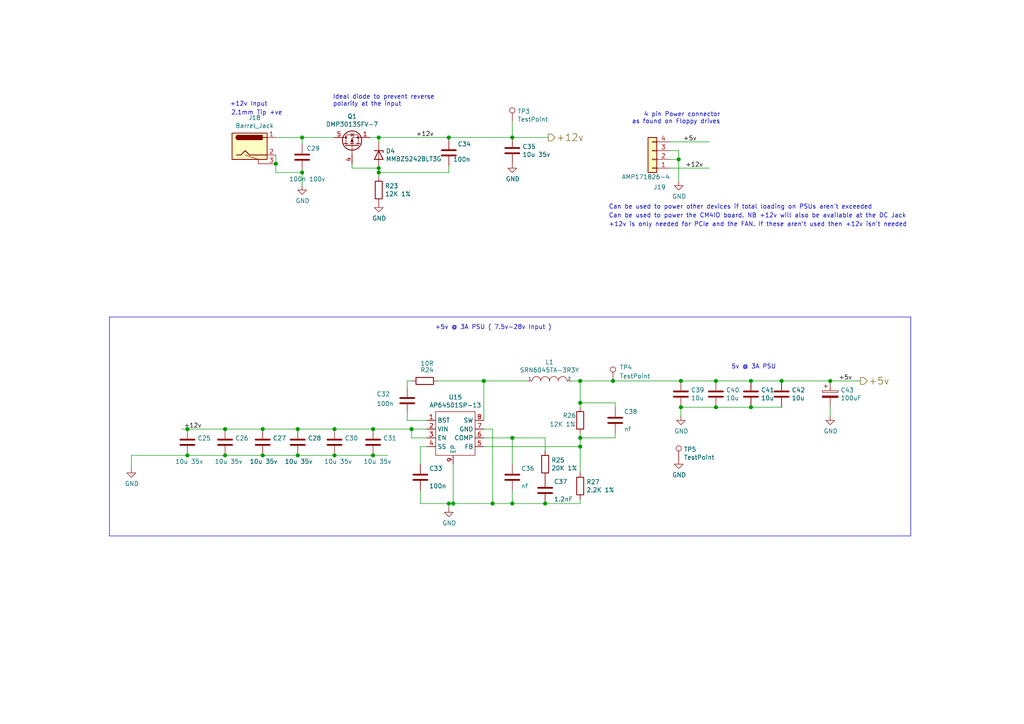
<source format=kicad_sch>
(kicad_sch (version 20231120) (generator "eeschema") (generator_version "8.0")
  (paper "A4")
  (title_block (title "CM4 Board Bare Minimum Requirements") (date "2024-10-25") (rev "0.1") (company "RapidAnalysis") (comment 1 "Author: Asad Imran"))
  (lib_symbols
    (symbol "CM4IO:AP64351"
      (property "Reference" "U" (at 0 8.89 0))
      (property "Value" "AP64351" (at 1.27 6.35 0))
      (symbol "AP64351_0_1"
        (rectangle (start -5.08 5.08) (end 6.35 -7.62))
      )
      (symbol "AP64351_1_1"
        (pin passive line (at -7.62 2.54 0) (length 2.54) (name "BST") (number "1"))
        (pin power_in line (at -7.62 0 0) (length 2.54) (name "VIN") (number "2"))
        (pin input line (at -7.62 -2.54 0) (length 2.54) (name "EN") (number "3"))
        (pin input line (at -7.62 -5.08 0) (length 2.54) (name "SS") (number "4"))
        (pin input line (at 8.89 -5.08 180) (length 2.54) (name "FB") (number "5"))
        (pin input line (at 8.89 -2.54 180) (length 2.54) (name "COMP") (number "6"))
        (pin power_in line (at 8.89 0 180) (length 2.54) (name "GND") (number "7"))
        (pin output line (at 8.89 2.54 180) (length 2.54) (name "SW") (number "8"))
        (pin passive line (at 0 -10.16 90) (length 2.54) (name "EP") (number "9"))
      )
    )
    (symbol "CM4IO:Barrel_Jack"
      (property "Reference" "J" (at 0 5.334 0))
      (property "Value" "Barrel_Jack" (at 0 -5.08 0))
      (symbol "Barrel_Jack_0_1"
        (rectangle (start -5.08 3.81) (end 5.08 -3.81) (stroke (width 0.254)) (fill (type background)))
        (arc (start -3.302 3.175) (mid -3.9342 2.54) (end -3.302 1.905) (stroke (width 0.254)))
        (arc (start -3.302 3.175) (mid -3.9342 2.54) (end -3.302 1.905) (stroke (width 0.254)) (fill (type outline)))
        (polyline (pts (xy 5.08 2.54) (xy 3.81 2.54)) (stroke (width 0.254)))
        (polyline (pts (xy 5.08 -5.08) (xy 2.54 -5.08) (xy 2.54 -3.81) (xy -1.27 -2.54)))
        (polyline (pts (xy -3.81 -2.54) (xy -2.54 -2.54) (xy -1.27 -1.27) (xy 0 -2.54) (xy 2.54 -2.54) (xy 5.08 -2.54)) (stroke (width 0.254)))
        (rectangle (start 3.683 3.175) (end -3.302 1.905) (stroke (width 0.254)) (fill (type outline)))
      )
      (symbol "Barrel_Jack_1_1"
        (pin passive line (at 7.62 2.54 180) (length 2.54) (name "~") (number "1"))
        (pin passive line (at 7.62 -2.54 180) (length 2.54) (name "~") (number "2"))
        (pin passive line (at 7.62 -5.08 180) (length 2.54) (name "~") (number "3"))
      )
    )
    (symbol "Connector:TestPoint" (pin_numbers hide) (pin_names (offset 0.762) hide)
      (property "Reference" "TP" (at 0 6.858 0))
      (property "Value" "TestPoint" (at 0 5.08 0))
      (symbol "TestPoint_0_1"
        (circle (center 0 3.302) (radius 0.762))
      )
      (symbol "TestPoint_1_1"
        (pin passive line (at 0 0 90) (length 2.54) (name "1") (number "1"))
      )
    )
    (symbol "Connector_Generic:Conn_01x04" (pin_names hide)
      (property "Reference" "J" (at 0 5.08 0))
      (property "Value" "Conn_01x04" (at 0 -7.62 0))
      (symbol "Conn_01x04_1_1"
        (rectangle (start -1.27 -4.953) (end 0 -5.207))
        (rectangle (start -1.27 -2.413) (end 0 -2.667))
        (rectangle (start -1.27 0.127) (end 0 -0.127))
        (rectangle (start -1.27 2.667) (end 0 2.413))
        (rectangle (start -1.27 3.81) (end 1.27 -6.35) (stroke (width 0.254)) (fill (type background)))
        (pin passive line (at -5.08 2.54 0) (length 3.81) (name "Pin_1") (number "1"))
        (pin passive line (at -5.08 0 0) (length 3.81) (name "Pin_2") (number "2"))
        (pin passive line (at -5.08 -2.54 0) (length 3.81) (name "Pin_3") (number "3"))
        (pin passive line (at -5.08 -5.08 0) (length 3.81) (name "Pin_4") (number "4"))
      )
    )
    (symbol "Device:C" (pin_numbers hide) (pin_names (offset 0.254))
      (property "Reference" "C" (at 0.635 2.54 0))
      (property "Value" "C" (at 0.635 -2.54 0))
      (symbol "C_0_1"
        (polyline (pts (xy -2.032 -0.762) (xy 2.032 -0.762)) (stroke (width 0.508)))
        (polyline (pts (xy -2.032 0.762) (xy 2.032 0.762)) (stroke (width 0.508)))
      )
      (symbol "C_1_1"
        (pin passive line (at 0 3.81 270) (length 2.794) (name "~") (number "1"))
        (pin passive line (at 0 -3.81 90) (length 2.794) (name "~") (number "2"))
      )
    )
    (symbol "Device:CP" (pin_numbers hide) (pin_names (offset 0.254))
      (property "Reference" "C" (at 0.635 2.54 0))
      (property "Value" "CP" (at 0.635 -2.54 0))
      (symbol "CP_0_1"
        (rectangle (start -2.286 0.508) (end 2.286 1.016))
        (polyline (pts (xy -1.778 2.286) (xy -0.762 2.286)))
        (polyline (pts (xy -1.27 2.794) (xy -1.27 1.778)))
        (rectangle (start 2.286 -0.508) (end -2.286 -1.016) (fill (type outline)))
      )
      (symbol "CP_1_1"
        (pin passive line (at 0 3.81 270) (length 2.794) (name "~") (number "1"))
        (pin passive line (at 0 -3.81 90) (length 2.794) (name "~") (number "2"))
      )
    )
    (symbol "Device:R" (pin_numbers hide) (pin_names (offset 0))
      (property "Reference" "R" (at 2.032 0 90))
      (property "Value" "R" (at 0 0 90))
      (symbol "R_0_1"
        (rectangle (start -1.016 -2.54) (end 1.016 2.54) (stroke (width 0.254)))
      )
      (symbol "R_1_1"
        (pin passive line (at 0 3.81 270) (length 1.27) (name "~") (number "1"))
        (pin passive line (at 0 -3.81 90) (length 1.27) (name "~") (number "2"))
      )
    )
    (symbol "Diode:BZX84Cxx" (pin_numbers hide) (pin_names hide)
      (property "Reference" "D" (at 0 2.54 0))
      (property "Value" "BZX84Cxx" (at 0 -2.54 0))
      (symbol "BZX84Cxx_0_1"
        (polyline (pts (xy 1.27 0) (xy -1.27 0)))
        (polyline (pts (xy -1.27 -1.27) (xy -1.27 1.27) (xy -0.762 1.27)) (stroke (width 0.254)))
        (polyline (pts (xy 1.27 -1.27) (xy 1.27 1.27) (xy -1.27 0) (xy 1.27 -1.27)) (stroke (width 0.254)))
      )
      (symbol "BZX84Cxx_1_1"
        (pin passive line (at -3.81 0 0) (length 2.54) (name "K") (number "1"))
        (pin passive line (at 3.81 0 180) (length 2.54) (name "A") (number "2"))
      )
    )
    (symbol "Transistor_FET:DMP3013SFV" (pin_names hide)
      (property "Reference" "Q" (at 5.08 1.905 0))
      (property "Value" "DMP3013SFV" (at 5.08 0 0))
      (symbol "DMP3013SFV_0_1"
        (polyline (pts (xy 0.254 0) (xy -2.54 0)))
        (polyline (pts (xy 0.254 1.905) (xy 0.254 -1.905)) (stroke (width 0.254)))
        (polyline (pts (xy 0.762 -1.27) (xy 0.762 -2.286)) (stroke (width 0.254)))
        (polyline (pts (xy 0.762 0.508) (xy 0.762 -0.508)) (stroke (width 0.254)))
        (polyline (pts (xy 0.762 2.286) (xy 0.762 1.27)) (stroke (width 0.254)))
        (polyline (pts (xy 2.54 2.54) (xy 2.54 1.778)))
        (polyline (pts (xy 2.54 -2.54) (xy 2.54 0) (xy 0.762 0)))
        (polyline (pts (xy 0.762 1.778) (xy 3.302 1.778) (xy 3.302 -1.778) (xy 0.762 -1.778)))
        (polyline (pts (xy 2.286 0) (xy 1.27 0.381) (xy 1.27 -0.381) (xy 2.286 0)) (fill (type outline)))
        (polyline (pts (xy 2.794 -0.508) (xy 2.921 -0.381) (xy 3.683 -0.381) (xy 3.81 -0.254)))
        (polyline (pts (xy 3.302 -0.381) (xy 2.921 0.254) (xy 3.683 0.254) (xy 3.302 -0.381)))
        (circle (center 1.651 0) (radius 2.794) (stroke (width 0.254)))
        (circle (center 2.54 -1.778) (radius 0.254) (fill (type outline)))
        (circle (center 2.54 1.778) (radius 0.254) (fill (type outline)))
      )
      (symbol "DMP3013SFV_1_1"
        (pin passive line (at 2.54 -5.08 90) (length 2.54) (name "S") (number "1"))
        (pin passive line (at 2.54 -5.08 90) (length 2.54) hide (name "S") (number "2"))
        (pin passive line (at 2.54 -5.08 90) (length 2.54) hide (name "S") (number "3"))
        (pin passive line (at -5.08 0 0) (length 2.54) (name "G") (number "4"))
        (pin passive line (at 2.54 5.08 270) (length 2.54) (name "D") (number "5"))
      )
    )
    (symbol "power:GND" (power) (pin_names (offset 0))
      (property "Value" "GND" (at 0 -3.81 0))
      (symbol "GND_0_1"
        (polyline (pts (xy 0 0) (xy 0 -1.27) (xy 1.27 -1.27) (xy 0 -2.54) (xy -1.27 -1.27) (xy 0 -1.27)))
      )
      (symbol "GND_1_1"
        (pin power_in line (at 0 0 270) (length 0) hide (name "GND") (number "1"))
      )
    )
    (symbol "pspice:INDUCTOR" (pin_numbers hide) (pin_names (offset 0))
      (property "Reference" "L" (at 0 2.54 0))
      (property "Value" "INDUCTOR" (at 0 -1.27 0))
      (symbol "INDUCTOR_0_1"
        (arc (start -2.54 0) (mid -3.81 1.2645) (end -5.08 0))
        (arc (start 0 0) (mid -1.27 1.2645) (end -2.54 0))
        (arc (start 2.54 0) (mid 1.27 1.2645) (end 0 0))
        (arc (start 5.08 0) (mid 3.81 1.2645) (end 2.54 0))
      )
      (symbol "INDUCTOR_1_1"
        (pin input line (at -6.35 0 0) (length 1.27) (name "1") (number "1"))
        (pin input line (at 6.35 0 180) (length 1.27) (name "2") (number "2"))
      )
    )
  )
  (junction (at 65.278 132.08) (diameter 1.016))
  (junction (at 158.115 146.05) (diameter 1.016))
  (junction (at 109.855 39.878) (diameter 1.016))
  (junction (at 168.275 127) (diameter 1.016))
  (junction (at 108.204 124.46) (diameter 1.016))
  (junction (at 97.028 132.08) (diameter 1.016))
  (junction (at 197.485 118.11) (diameter 1.016))
  (junction (at 76.2 124.46) (diameter 1.016))
  (junction (at 148.59 39.878) (diameter 1.016))
  (junction (at 168.275 110.49) (diameter 1.016))
  (junction (at 217.805 110.49) (diameter 1.016))
  (junction (at 177.8 110.49) (diameter 1.016))
  (junction (at 109.855 50.038) (diameter 1.016))
  (junction (at 148.59 127) (diameter 1.016))
  (junction (at 76.2 132.08) (diameter 1.016))
  (junction (at 168.275 116.84) (diameter 1.016))
  (junction (at 86.36 132.08) (diameter 1.016))
  (junction (at 168.275 129.54) (diameter 1.016))
  (junction (at 97.028 124.46) (diameter 1.016))
  (junction (at 140.335 110.49) (diameter 1.016))
  (junction (at 142.875 146.05) (diameter 1.016))
  (junction (at 65.278 124.46) (diameter 1.016))
  (junction (at 119.38 124.46) (diameter 1.016))
  (junction (at 226.695 110.49) (diameter 1.016))
  (junction (at 87.63 39.878) (diameter 1.016))
  (junction (at 217.805 118.11) (diameter 1.016))
  (junction (at 108.204 132.08) (diameter 1.016))
  (junction (at 148.59 146.05) (diameter 1.016))
  (junction (at 86.36 124.46) (diameter 1.016))
  (junction (at 207.645 110.49) (diameter 1.016))
  (junction (at 54.356 132.08) (diameter 1.016))
  (junction (at 109.855 48.768) (diameter 1.016))
  (junction (at 80.01 47.498) (diameter 1.016))
  (junction (at 87.63 50.038) (diameter 1.016))
  (junction (at 196.85 46.228) (diameter 1.016))
  (junction (at 197.485 110.49) (diameter 1.016))
  (junction (at 240.792 110.49) (diameter 1.016))
  (junction (at 131.445 146.05) (diameter 1.016))
  (junction (at 130.175 146.05) (diameter 1.016))
  (junction (at 54.356 124.46) (diameter 1.016))
  (junction (at 207.645 118.11) (diameter 1.016))
  (junction (at 130.175 39.878) (diameter 1.016))
  (wire (pts (xy 123.825 129.54) (xy 121.92 129.54)))
  (wire (pts (xy 131.445 146.05) (xy 142.875 146.05)))
  (wire (pts (xy 168.275 129.54) (xy 168.275 137.16)))
  (wire (pts (xy 148.59 127) (xy 148.59 134.62)))
  (wire (pts (xy 207.645 118.11) (xy 197.485 118.11)))
  (wire (pts (xy 178.435 116.84) (xy 178.435 118.11)))
  (wire (pts (xy 158.115 130.81) (xy 158.115 127)))
  (wire (pts (xy 130.175 39.878) (xy 148.59 39.878)))
  (wire (pts (xy 140.335 129.54) (xy 168.275 129.54)))
  (wire (pts (xy 140.335 110.49) (xy 140.335 121.92)))
  (wire (pts (xy 240.792 118.11) (xy 240.792 120.65)))
  (wire (pts (xy 194.31 48.768) (xy 205.74 48.768)))
  (wire (pts (xy 217.805 118.11) (xy 207.645 118.11)))
  (wire (pts (xy 87.63 39.878) (xy 87.63 41.783)))
  (wire (pts (xy 118.11 112.395) (xy 118.11 110.49)))
  (wire (pts (xy 118.11 120.015) (xy 118.11 121.92)))
  (wire (pts (xy 148.59 127) (xy 158.115 127)))
  (wire (pts (xy 76.2 132.08) (xy 86.36 132.08)))
  (wire (pts (xy 140.335 124.46) (xy 142.875 124.46)))
  (wire (pts (xy 65.278 124.46) (xy 76.2 124.46)))
  (wire (pts (xy 102.108 48.768) (xy 109.855 48.768)))
  (polyline (pts (xy 31.75 91.948) (xy 31.75 155.448)) (stroke (width 0) (type solid)))
  (wire (pts (xy 108.204 132.08) (xy 112.395 132.08)))
  (wire (pts (xy 196.85 43.688) (xy 196.85 46.228)))
  (wire (pts (xy 80.01 39.878) (xy 87.63 39.878)))
  (wire (pts (xy 130.175 146.05) (xy 131.445 146.05)))
  (wire (pts (xy 130.175 50.038) (xy 130.175 48.133)))
  (wire (pts (xy 165.735 110.49) (xy 168.275 110.49)))
  (wire (pts (xy 178.435 127) (xy 178.435 125.73)))
  (wire (pts (xy 127 110.49) (xy 140.335 110.49)))
  (wire (pts (xy 52.705 124.46) (xy 54.356 124.46)))
  (polyline (pts (xy 31.75 91.948) (xy 264.16 91.948)) (stroke (width 0) (type solid)))
  (wire (pts (xy 148.59 142.24) (xy 148.59 146.05)))
  (wire (pts (xy 226.695 110.49) (xy 240.792 110.49)))
  (wire (pts (xy 226.695 118.11) (xy 217.805 118.11)))
  (wire (pts (xy 158.115 146.05) (xy 168.275 146.05)))
  (wire (pts (xy 97.028 132.08) (xy 108.204 132.08)))
  (wire (pts (xy 168.275 125.73) (xy 168.275 127)))
  (wire (pts (xy 119.38 124.46) (xy 123.825 124.46)))
  (wire (pts (xy 121.92 129.54) (xy 121.92 134.62)))
  (wire (pts (xy 109.855 50.038) (xy 109.855 51.308)))
  (wire (pts (xy 140.335 127) (xy 148.59 127)))
  (wire (pts (xy 168.275 146.05) (xy 168.275 144.78)))
  (wire (pts (xy 118.11 121.92) (xy 123.825 121.92)))
  (wire (pts (xy 207.645 110.49) (xy 217.805 110.49)))
  (wire (pts (xy 87.63 50.038) (xy 87.63 53.848)))
  (polyline (pts (xy 264.16 91.948) (xy 264.16 155.448)) (stroke (width 0) (type solid)))
  (wire (pts (xy 168.275 110.49) (xy 177.8 110.49)))
  (wire (pts (xy 194.31 43.688) (xy 196.85 43.688)))
  (wire (pts (xy 142.875 124.46) (xy 142.875 146.05)))
  (wire (pts (xy 109.855 50.038) (xy 130.175 50.038)))
  (wire (pts (xy 102.108 47.498) (xy 102.108 48.768)))
  (wire (pts (xy 107.188 39.878) (xy 109.855 39.878)))
  (wire (pts (xy 217.805 110.49) (xy 226.695 110.49)))
  (wire (pts (xy 148.59 146.05) (xy 158.115 146.05)))
  (wire (pts (xy 130.175 39.878) (xy 130.175 40.513)))
  (wire (pts (xy 168.275 116.84) (xy 168.275 118.11)))
  (wire (pts (xy 168.275 127) (xy 168.275 129.54)))
  (wire (pts (xy 54.356 132.08) (xy 65.278 132.08)))
  (wire (pts (xy 38.1 132.08) (xy 38.1 135.89)))
  (wire (pts (xy 142.875 146.05) (xy 148.59 146.05)))
  (wire (pts (xy 65.278 132.08) (xy 76.2 132.08)))
  (wire (pts (xy 86.36 124.46) (xy 97.028 124.46)))
  (wire (pts (xy 168.275 127) (xy 178.435 127)))
  (wire (pts (xy 197.485 110.49) (xy 207.645 110.49)))
  (wire (pts (xy 196.85 46.228) (xy 196.85 52.578)))
  (wire (pts (xy 109.855 48.768) (xy 109.855 50.038)))
  (wire (pts (xy 118.11 110.49) (xy 119.38 110.49)))
  (wire (pts (xy 177.8 110.49) (xy 197.485 110.49)))
  (wire (pts (xy 197.485 118.11) (xy 197.485 120.65)))
  (wire (pts (xy 108.204 124.46) (xy 119.38 124.46)))
  (wire (pts (xy 140.335 110.49) (xy 153.035 110.49)))
  (wire (pts (xy 194.31 46.228) (xy 196.85 46.228)))
  (wire (pts (xy 87.63 49.403) (xy 87.63 50.038)))
  (wire (pts (xy 80.01 50.038) (xy 87.63 50.038)))
  (wire (pts (xy 80.01 47.498) (xy 80.01 44.958)))
  (wire (pts (xy 131.445 134.62) (xy 131.445 146.05)))
  (wire (pts (xy 130.175 147.32) (xy 130.175 146.05)))
  (wire (pts (xy 86.36 132.08) (xy 97.028 132.08)))
  (wire (pts (xy 121.92 142.24) (xy 121.92 146.05)))
  (polyline (pts (xy 264.16 155.448) (xy 31.75 155.448)) (stroke (width 0) (type solid)))
  (wire (pts (xy 54.356 124.46) (xy 65.278 124.46)))
  (wire (pts (xy 87.63 39.878) (xy 97.028 39.878)))
  (wire (pts (xy 148.59 39.878) (xy 159.004 39.878)))
  (wire (pts (xy 109.855 39.878) (xy 109.855 41.148)))
  (wire (pts (xy 240.792 110.49) (xy 249.555 110.49)))
  (wire (pts (xy 148.59 35.306) (xy 148.59 39.878)))
  (wire (pts (xy 194.31 41.148) (xy 205.74 41.148)))
  (wire (pts (xy 119.38 124.46) (xy 119.38 127)))
  (wire (pts (xy 121.92 146.05) (xy 130.175 146.05)))
  (wire (pts (xy 76.2 124.46) (xy 86.36 124.46)))
  (wire (pts (xy 97.028 124.46) (xy 108.204 124.46)))
  (wire (pts (xy 119.38 127) (xy 123.825 127)))
  (wire (pts (xy 109.855 39.878) (xy 130.175 39.878)))
  (wire (pts (xy 168.275 110.49) (xy 168.275 116.84)))
  (wire (pts (xy 168.275 116.84) (xy 178.435 116.84)))
  (wire (pts (xy 38.1 132.08) (xy 54.356 132.08)))
  (wire (pts (xy 80.01 50.038) (xy 80.01 47.498)))
  (text "+5v @ 3A PSU ( 7.5v-28v Input )" (at 160.02 95.758 0) (effects (font (size 1.27 1.27)) (justify right bottom)))
  (text "+12v Input" (at 66.675 30.988 0) (effects (font (size 1.27 1.27)) (justify left bottom)))
  (text "Can be used to power other devices if total loading on PSUs aren't exceeded" (at 176.53 60.833 0) (effects (font (size 1.27 1.27)) (justify left bottom)))
  (text "+12v is only needed for PCIe and the FAN. If these aren't used then +12v isn't needed" (at 176.53 65.913 0) (effects (font (size 1.27 1.27)) (justify left bottom)))
  (text "2.1mm Tip +ve" (at 81.915 33.528 0) (effects (font (size 1.27 1.27)) (justify right bottom)))
  (text "Ideal diode to prevent reverse\npolarity at the input" (at 96.52 30.988 0) (effects (font (size 1.27 1.27)) (justify left bottom)))
  (text "4 pin Power connector\nas found on Floppy drives" (at 208.915 36.068 0) (effects (font (size 1.27 1.27)) (justify right bottom)))
  (text "Can be used to power the CM4IO board. NB +12v will also be available at the DC Jack" (at 176.53 63.373 0) (effects (font (size 1.27 1.27)) (justify left bottom)))
  (text "5v @ 3A PSU\n" (at 212.09 107.188 0) (effects (font (size 1.27 1.27)) (justify left bottom)))
  (label "+12v" (at 53.34 124.46 0))
  (label "+5v" (at 198.12 41.148 0))
  (label "+12v" (at 198.755 48.768 0))
  (label "+5v" (at 243.205 110.49 0))
  (label "+12v" (at 120.65 39.878 0))
  (hierarchical_label "+12v" (shape output) (at 159.004 39.878 0) (effects (font (size 2.0066 2.0066))))
  (hierarchical_label "+5v" (shape output) (at 249.555 110.49 0) (effects (font (size 2.0066 2.0066))))
  (symbol (lib_id "pspice:INDUCTOR") (at 159.385 110.49 0) (unit 1)
    (property "Reference" "L1" (at 159.385 105.029 0))
    (property "Value" "SRN6045TA-3R3Y" (at 159.385 107.3404 0))
    (property "Footprint" "Inductor_SMD:L_Bourns_SRN6045TA" (effects (hide yes)))
    (property "Datasheet" "https://www.bourns.com/docs/Product-Datasheets/SRN6045TA.pdf" (effects (hide yes)))
    (property "Field4" "Farnell" (effects (hide yes)))
    (property "Field5" "2616889" (effects (hide yes)))
    (property "Field6" "SRN6045TA-3R3Y" (effects (hide yes)))
    (property "Field7" "Bourns" (effects (hide yes)))
    (property "Part Description" "3.3µH Semi-Shielded Wirewound Inductor 7.8A 21mOhm Nonstandard" (effects (hide yes)))
  )
  (symbol (lib_id "Device:R") (at 109.855 55.118 0) (unit 1)
    (property "Reference" "R23" (at 111.633 53.9496 0) (effects (justify left)))
    (property "Value" "12K 1%" (at 111.633 56.261 0) (effects (justify left)))
    (property "Footprint" "Resistor_SMD:R_0402_1005Metric" (effects (hide yes)))
    (property "Datasheet" "https://fscdn.rohm.com/en/products/databook/datasheet/passive/resistor/chip_resistor/mcr-e.pdf" (effects (hide yes)))
    (property "Field4" "Farnell" (effects (hide yes)))
    (property "Field5" "9239367" (effects (hide yes)))
    (property "Field7" "Rohm" (effects (hide yes)))
    (property "Field6" "MCR01MZPF1202" (effects (hide yes)))
    (property "Part Description" "Resistor 12K M1005 1% 63mW" (effects (hide yes)))
  )
  (symbol (lib_id "Device:C") (at 130.175 44.323 0) (unit 1)
    (property "Reference" "C34" (at 132.715 41.783 0) (effects (justify left)))
    (property "Value" "100n" (at 131.445 46.228 0) (effects (justify left)))
    (property "Footprint" "Capacitor_SMD:C_0402_1005Metric" (effects (hide yes)))
    (property "Datasheet" "https://search.murata.co.jp/Ceramy/image/img/A01X/G101/ENG/GRM155R71C104KA88-01.pdf" (effects (hide yes)))
    (property "Field4" "Farnell" (effects (hide yes)))
    (property "Field5" "2611911" (effects (hide yes)))
    (property "Field6" "RM EMK105 B7104KV-F" (effects (hide yes)))
    (property "Field7" "TAIYO YUDEN EUROPE GMBH" (effects (hide yes)))
    (property "Part Description" "	0.1uF 10% 16V Ceramic Capacitor X7R 0402 (1005 Metric)" (effects (hide yes)))
    (property "Field8" "110091611" (effects (hide yes)))
  )
  (symbol (lib_id "Device:R") (at 123.19 110.49 270) (unit 1)
    (property "Reference" "R24" (at 121.92 107.315 90) (effects (justify left)))
    (property "Value" "10R" (at 121.92 105.41 90) (effects (justify left)))
    (property "Footprint" "Resistor_SMD:R_0402_1005Metric" (effects (hide yes)))
    (property "Datasheet" "https://fscdn.rohm.com/en/products/databook/datasheet/passive/resistor/chip_resistor/mcr-e.pdf" (effects (hide yes)))
    (property "Field4" "Farnell" (effects (hide yes)))
    (property "Field5" "9238999" (effects (hide yes)))
    (property "Field7" "Yageo" (effects (hide yes)))
    (property "Field6" "RC0402FR-0710RL" (effects (hide yes)))
    (property "Field8" "URES00256" (effects (hide yes)))
    (property "Part Description" "Resistor 10R M1005 1% 63mW" (effects (hide yes)))
  )
  (symbol (lib_id "Connector:TestPoint") (at 148.59 35.306 0) (unit 1)
    (property "Reference" "TP3" (at 150.0632 32.3088 0) (effects (justify left)))
    (property "Value" "TestPoint" (at 150.0632 34.6202 0) (effects (justify left)))
    (property "Footprint" "TestPoint:TestPoint_Pad_2.0x2.0mm" (effects (hide yes)))
    (property "Field4" "nf" (effects (hide yes)))
    (property "Field5" "nf" (effects (hide yes)))
    (property "Field6" "nf" (effects (hide yes)))
    (property "Field7" "nf" (effects (hide yes)))
  )
  (symbol (lib_id "power:GND") (at 197.485 120.65 0) (unit 1)
    (property "Reference" "#PWR066" (effects (hide yes)))
    (property "Value" "GND" (at 197.612 125.0442 0))
  )
  (symbol (lib_id "Device:C") (at 118.11 116.205 0) (unit 1)
    (property "Reference" "C32" (at 109.22 114.3 0) (effects (justify left)))
    (property "Value" "100n" (at 109.22 117.094 0) (effects (justify left)))
    (property "Footprint" "Capacitor_SMD:C_0402_1005Metric" (effects (hide yes)))
    (property "Datasheet" "https://search.murata.co.jp/Ceramy/image/img/A01X/G101/ENG/GRM155R71C104KA88-01.pdf" (effects (hide yes)))
    (property "Field4" "Farnell" (effects (hide yes)))
    (property "Field5" "2611911" (effects (hide yes)))
    (property "Field6" "RM EMK105 B7104KV-F" (effects (hide yes)))
    (property "Field7" "TAIYO YUDEN EUROPE GMBH" (effects (hide yes)))
    (property "Part Description" "	0.1uF 10% 16V Ceramic Capacitor X7R 0402 (1005 Metric)" (effects (hide yes)))
    (property "Field8" "110091611" (effects (hide yes)))
  )
  (symbol (lib_id "power:GND") (at 148.59 47.498 0) (unit 1)
    (property "Reference" "#PWR063" (effects (hide yes)))
    (property "Value" "GND" (at 148.717 51.8922 0))
  )
  (symbol (lib_id "Device:C") (at 226.695 114.3 0) (unit 1)
    (property "Reference" "C42" (at 229.616 113.1316 0) (effects (justify left)))
    (property "Value" "10u" (at 229.616 115.443 0) (effects (justify left)))
    (property "Footprint" "Capacitor_SMD:C_0805_2012Metric" (effects (hide yes)))
    (property "Datasheet" "https://search.murata.co.jp/Ceramy/image/img/A01X/G101/ENG/GRM21BR71A106KA73-01.pdf" (effects (hide yes)))
    (property "Field5" "490-14381-1-ND" (effects (hide yes)))
    (property "Field4" "Digikey" (effects (hide yes)))
    (property "Field6" "GRM21BR71A106KA73L" (effects (hide yes)))
    (property "Field7" "Murata" (effects (hide yes)))
    (property "Part Description" "	10uF 10% 10V Ceramic Capacitor X7R 0805 (2012 Metric)" (effects (hide yes)))
    (property "Field8" "111893011" (effects (hide yes)))
  )
  (symbol (lib_id "Device:C") (at 108.204 128.27 0) (unit 1)
    (property "Reference" "C31" (at 111.125 127.1016 0) (effects (justify left)))
    (property "Value" "10u 35v" (at 105.41 133.858 0) (effects (justify left)))
    (property "Footprint" "Capacitor_SMD:C_0805_2012Metric" (effects (hide yes)))
    (property "Datasheet" "https://www.murata.com/en-global/products/productdetail.aspx?partno=GRM21BC8YA106ME11%23" (effects (hide yes)))
    (property "Field5" "490-10505-1-ND" (effects (hide yes)))
    (property "Field4" "Digikey" (effects (hide yes)))
    (property "Field6" "GRM21BC8YA106KE11L " (effects (hide yes)))
    (property "Field7" "Murata" (effects (hide yes)))
    (property "Part Description" "	10uF 10% or 20% 35V Ceramic Capacitor X6S 0805 (2012 Metric)" (effects (hide yes)))
  )
  (symbol (lib_id "Device:C") (at 178.435 121.92 0) (unit 1)
    (property "Reference" "C38" (at 180.975 119.38 0) (effects (justify left)))
    (property "Value" "nf" (at 180.975 124.46 0) (effects (justify left)))
    (property "Footprint" "Capacitor_SMD:C_0402_1005Metric" (effects (hide yes)))
    (property "Datasheet" "http://www.farnell.com/datasheets/2048267.pdf?_ga=2.222777691.1738794919.1588350964-1787849031.1568210898&_gac=1.250356018.1588350964.EAIaIQobChMIgrHHs4yT6QIVxevtCh39TA_nEAAYASAAEgK8PfD_BwE" (effects (hide yes)))
    (property "Field4" "Farnell" (effects (hide yes)))
    (property "Field5" "2666374" (effects (hide yes)))
    (property "Field6" "GRM1555C1H221JA01D" (effects (hide yes)))
    (property "Field7" "Murata" (effects (hide yes)))
    (property "Part Description" "220 pF, 50 V, 0402 [1005 Metric], ± 5%, C0G / NP0/CH, GCM Series" (effects (hide yes)))
  )
  (symbol (lib_id "Device:R") (at 168.275 121.92 0) (unit 1)
    (property "Reference" "R26" (at 163.195 120.523 0) (effects (justify left)))
    (property "Value" "12K 1%" (at 159.385 123.063 0) (effects (justify left)))
    (property "Footprint" "Resistor_SMD:R_0402_1005Metric" (effects (hide yes)))
    (property "Datasheet" "https://fscdn.rohm.com/en/products/databook/datasheet/passive/resistor/chip_resistor/mcr-e.pdf" (effects (hide yes)))
    (property "Field4" "Farnell" (effects (hide yes)))
    (property "Field5" "9239367" (effects (hide yes)))
    (property "Field7" "Rohm" (effects (hide yes)))
    (property "Field6" "MCR01MZPF1202" (effects (hide yes)))
    (property "Part Description" "Resistor 12K M1005 1% 63mW" (effects (hide yes)))
  )
  (symbol (lib_id "Device:C") (at 97.028 128.27 0) (unit 1)
    (property "Reference" "C30" (at 99.949 127.1016 0) (effects (justify left)))
    (property "Value" "10u 35v" (at 93.98 133.858 0) (effects (justify left)))
    (property "Footprint" "Capacitor_SMD:C_0805_2012Metric" (effects (hide yes)))
    (property "Datasheet" "https://www.murata.com/en-global/products/productdetail.aspx?partno=GRM21BC8YA106ME11%23" (effects (hide yes)))
    (property "Field5" "490-10505-1-ND" (effects (hide yes)))
    (property "Field4" "Digikey" (effects (hide yes)))
    (property "Field6" "GRM21BC8YA106KE11L " (effects (hide yes)))
    (property "Field7" "Murata" (effects (hide yes)))
    (property "Part Description" "	10uF 10% or 20% 35V Ceramic Capacitor X6S 0805 (2012 Metric)" (effects (hide yes)))
  )
  (symbol (lib_id "Device:C") (at 158.115 142.24 0) (unit 1)
    (property "Reference" "C37" (at 160.655 139.7 0) (effects (justify left)))
    (property "Value" "1.2nF" (at 160.655 144.78 0) (effects (justify left)))
    (property "Footprint" "Capacitor_SMD:C_0402_1005Metric" (effects (hide yes)))
    (property "Datasheet" "http://www.farnell.com/datasheets/2734135.pdf?_ga=2.259347658.1738794919.1588350964-1787849031.1568210898&_gac=1.15394434.1588350964.EAIaIQobChMIgrHHs4yT6QIVxevtCh39TA_nEAAYASAAEgK8PfD_BwE" (effects (hide yes)))
    (property "Field4" "Digikey" (effects (hide yes)))
    (property "Field5" "490-16429-1-ND" (effects (hide yes)))
    (property "Field6" "GCM155R71H122KA37D" (effects (hide yes)))
    (property "Field7" "Murata" (effects (hide yes)))
    (property "Part Description" "1200pF 10% 10V Ceramic Capacitor X5R 0402 (1005 Metric)" (effects (hide yes)))
  )
  (symbol (lib_id "Device:CP") (at 240.792 114.3 0) (unit 1)
    (property "Reference" "C43" (at 243.7892 113.157 0) (effects (justify left)))
    (property "Value" "100uF" (at 243.7892 115.443 0) (effects (justify left)))
    (property "Footprint" "Capacitor_Tantalum_SMD:CP_EIA-7343-31_Kemet-D" (effects (hide yes)))
    (property "Field4" "Mouser" (effects (hide yes)))
    (property "Field5" "667-EEF-CX0J101R" (effects (hide yes)))
    (property "Part Description" "Capacitor, SP-Cap, 100u, 6.3V, 15mR ESR" (effects (hide yes)))
  )
  (symbol (lib_id "CM4IO:AP64351") (at 131.445 124.46 0) (unit 1)
    (property "Reference" "U15" (at 132.08 115.2144 0))
    (property "Value" "AP64501SP-13" (at 132.08 117.5258 0))
    (property "Footprint" "Package_SO:SOIC-8-1EP_3.9x4.9mm_P1.27mm_EP2.95x4.9mm_Mask2.71x3.4mm_ThermalVias" (effects (hide yes)))
    (property "Datasheet" "https://www.diodes.com/assets/Datasheets/AP64501.pdf" (effects (hide yes)))
    (property "Field4" "Digikey" (effects (hide yes)))
    (property "Field5" "31-AP64501SP-13CT-ND" (effects (hide yes)))
    (property "Field6" "AP64501SP-13" (effects (hide yes)))
    (property "Field7" "Diodes" (effects (hide yes)))
    (property "Part Description" "Buck Switching Regulator IC Positive Adjustable 0.8V 1 Output 5A 8-SOIC (0.154\", 3.90mm Width) Exposed Pad" (effects (hide yes)))
  )
  (symbol (lib_id "Diode:BZX84Cxx") (at 109.855 44.958 270) (unit 1)
    (property "Reference" "D4" (at 111.887 43.815 90) (effects (justify left)))
    (property "Value" "MMBZ5242BLT3G" (at 111.887 46.101 90) (effects (justify left)))
    (property "Footprint" "Diode_SMD:D_SOT-23_ANK" (effects (hide yes)))
    (property "Datasheet" "https://diotec.com/tl_files/diotec/files/pdf/datasheets/bzx84c2v4.pdf" (effects (hide yes)))
    (property "Field4" "Digikey" (effects (hide yes)))
    (property "Field5" "	MMBZ5242BLT3GOSCT-ND" (effects (hide yes)))
    (property "Field6" "MMBZ5242BLT3G" (effects (hide yes)))
    (property "Field7" "Onsemi" (effects (hide yes)))
    (property "Part Description" "	Zener Diode 12V 225mW 5% Surface Mount SOT-23-3 (TO-236)" (effects (hide yes)))
  )
  (symbol (lib_id "power:GND") (at 38.1 135.89 0) (unit 1)
    (property "Reference" "#PWR059" (effects (hide yes)))
    (property "Value" "GND" (at 38.227 140.2842 0))
  )
  (symbol (lib_id "Device:C") (at 217.805 114.3 0) (unit 1)
    (property "Reference" "C41" (at 220.726 113.1316 0) (effects (justify left)))
    (property "Value" "10u" (at 220.726 115.443 0) (effects (justify left)))
    (property "Footprint" "Capacitor_SMD:C_0805_2012Metric" (effects (hide yes)))
    (property "Datasheet" "https://search.murata.co.jp/Ceramy/image/img/A01X/G101/ENG/GRM21BR71A106KA73-01.pdf" (effects (hide yes)))
    (property "Field5" "490-14381-1-ND" (effects (hide yes)))
    (property "Field4" "Digikey" (effects (hide yes)))
    (property "Field6" "GRM21BR71A106KA73L" (effects (hide yes)))
    (property "Field7" "Murata" (effects (hide yes)))
    (property "Part Description" "	10uF 10% 10V Ceramic Capacitor X7R 0805 (2012 Metric)" (effects (hide yes)))
    (property "Field8" "111893011" (effects (hide yes)))
  )
  (symbol (lib_id "Device:C") (at 148.59 138.43 0) (unit 1)
    (property "Reference" "C36" (at 151.13 135.89 0) (effects (justify left)))
    (property "Value" "nf" (at 151.13 140.97 0) (effects (justify left)))
    (property "Footprint" "Capacitor_SMD:C_0402_1005Metric" (effects (hide yes)))
  )
  (symbol (lib_id "power:GND") (at 196.85 133.35 0) (unit 1)
    (property "Reference" "#PWR065" (effects (hide yes)))
    (property "Value" "GND" (at 196.977 137.7442 0))
  )
  (symbol (lib_id "Device:C") (at 65.278 128.27 0) (unit 1)
    (property "Reference" "C26" (at 68.199 127.1016 0) (effects (justify left)))
    (property "Value" "10u 35v" (at 62.23 133.858 0) (effects (justify left)))
    (property "Footprint" "Capacitor_SMD:C_0805_2012Metric" (effects (hide yes)))
    (property "Datasheet" "https://www.murata.com/en-global/products/productdetail.aspx?partno=GRM21BC8YA106ME11%23" (effects (hide yes)))
    (property "Field5" "490-10505-1-ND" (effects (hide yes)))
    (property "Field4" "Digikey" (effects (hide yes)))
    (property "Field6" "GRM21BC8YA106KE11L " (effects (hide yes)))
    (property "Field7" "Murata" (effects (hide yes)))
    (property "Part Description" "	10uF 10% or 20% 35V Ceramic Capacitor X6S 0805 (2012 Metric)" (effects (hide yes)))
  )
  (symbol (lib_id "power:GND") (at 87.63 53.848 0) (unit 1)
    (property "Reference" "#PWR060" (effects (hide yes)))
    (property "Value" "GND" (at 87.757 58.2422 0))
  )
  (symbol (lib_id "Transistor_FET:DMP3013SFV") (at 102.108 42.418 90) (unit 1)
    (property "Reference" "Q1" (at 102.108 33.7566 90))
    (property "Value" "DMP3013SFV-7" (at 102.108 36.068 90))
    (property "Footprint" "Package_SON:Diodes_PowerDI3333-8" (effects (hide yes)))
    (property "Datasheet" "https://www.diodes.com/assets/Datasheets/DMP3013SFV.pdf" (effects (hide yes)))
    (property "Field4" "Farnell" (effects (hide yes)))
    (property "Field5" "3405192" (effects (hide yes)))
    (property "Field6" "DMP3013SFV-7" (effects (hide yes)))
    (property "Field7" "Diodes" (effects (hide yes)))
    (property "Part Description" "DMP3013SFV-7 -  Power MOSFET, P Channel, 30 V, 12 A, 0.008 ohm, PowerDI3333, Surface Mount" (effects (hide yes)))
  )
  (symbol (lib_id "Connector_Generic:Conn_01x04") (at 189.23 46.228 180) (unit 1)
    (property "Reference" "J19" (at 191.3128 54.2798 0))
    (property "Value" "AMP171826-4" (at 187.325 51.308 0))
    (property "Footprint" "171826-4:TE_171826-4" (effects (hide yes)))
    (property "Datasheet" "https://www.te.com/usa-en/product-171826-4.html" (effects (hide yes)))
    (property "Field4" "Farnell" (effects (hide yes)))
    (property "Field5" "	1056115" (effects (hide yes)))
    (property "Field6" "AMP171826-4" (effects (hide yes)))
    (property "Field7" "AMP-TE" (effects (hide yes)))
    (property "Part Description" "Wire-To-Board Connector, Right Angle, 2.54 mm, 4 Contacts, Header, AMP EI Series, Through Hole" (effects (hide yes)))
  )
  (symbol (lib_id "Connector:TestPoint") (at 177.8 110.49 0) (unit 1)
    (property "Reference" "TP4" (at 179.705 106.553 0) (effects (justify left)))
    (property "Value" "TestPoint" (at 179.705 109.093 0) (effects (justify left)))
    (property "Footprint" "TestPoint:TestPoint_Pad_2.0x2.0mm" (effects (hide yes)))
    (property "Field4" "nf" (effects (hide yes)))
    (property "Field5" "nf" (effects (hide yes)))
    (property "Field6" "nf" (effects (hide yes)))
    (property "Field7" "nf" (effects (hide yes)))
  )
  (symbol (lib_id "Device:C") (at 148.59 43.688 0) (unit 1)
    (property "Reference" "C35" (at 151.511 42.5196 0) (effects (justify left)))
    (property "Value" "10u 35v" (at 151.511 44.831 0) (effects (justify left)))
    (property "Footprint" "Capacitor_SMD:C_0805_2012Metric" (effects (hide yes)))
    (property "Datasheet" "https://www.murata.com/en-global/products/productdetail.aspx?partno=GRM21BC8YA106ME11%23" (effects (hide yes)))
    (property "Field5" "490-10505-1-ND" (effects (hide yes)))
    (property "Field4" "Digikey" (effects (hide yes)))
    (property "Field6" "GRM21BC8YA106KE11L " (effects (hide yes)))
    (property "Field7" "Murata" (effects (hide yes)))
    (property "Part Description" "	10uF 10% or 20% 35V Ceramic Capacitor X6S 0805 (2012 Metric)" (effects (hide yes)))
  )
  (symbol (lib_id "Device:C") (at 76.2 128.27 0) (unit 1)
    (property "Reference" "C27" (at 79.121 127.1016 0) (effects (justify left)))
    (property "Value" "10u 35v" (at 72.39 133.858 0) (effects (justify left)))
    (property "Footprint" "Capacitor_SMD:C_0805_2012Metric" (effects (hide yes)))
    (property "Datasheet" "https://www.murata.com/en-global/products/productdetail.aspx?partno=GRM21BC8YA106ME11%23" (effects (hide yes)))
    (property "Field5" "490-10505-1-ND" (effects (hide yes)))
    (property "Field4" "Digikey" (effects (hide yes)))
    (property "Field6" "GRM21BC8YA106KE11L " (effects (hide yes)))
    (property "Field7" "Murata" (effects (hide yes)))
    (property "Part Description" "	10uF 10% or 20% 35V Ceramic Capacitor X6S 0805 (2012 Metric)" (effects (hide yes)))
  )
  (symbol (lib_id "power:GND") (at 196.85 52.578 0) (unit 1)
    (property "Reference" "#PWR064" (effects (hide yes)))
    (property "Value" "GND" (at 196.977 56.9722 0))
  )
  (symbol (lib_id "power:GND") (at 240.792 120.65 0) (unit 1)
    (property "Reference" "#PWR067" (effects (hide yes)))
    (property "Value" "GND" (at 240.919 125.0442 0))
  )
  (symbol (lib_id "Device:C") (at 86.36 128.27 0) (unit 1)
    (property "Reference" "C28" (at 89.281 127.1016 0) (effects (justify left)))
    (property "Value" "10u 35v" (at 82.55 133.858 0) (effects (justify left)))
    (property "Footprint" "Capacitor_SMD:C_0805_2012Metric" (effects (hide yes)))
    (property "Datasheet" "https://www.murata.com/en-global/products/productdetail.aspx?partno=GRM21BC8YA106ME11%23" (effects (hide yes)))
    (property "Field5" "490-10505-1-ND" (effects (hide yes)))
    (property "Field4" "Digikey" (effects (hide yes)))
    (property "Field6" "GRM21BC8YA106KE11L " (effects (hide yes)))
    (property "Field7" "Murata" (effects (hide yes)))
    (property "Part Description" "	10uF 10% or 20% 35V Ceramic Capacitor X6S 0805 (2012 Metric)" (effects (hide yes)))
  )
  (symbol (lib_id "CM4IO:Barrel_Jack") (at 72.39 42.418 0) (unit 1)
    (property "Reference" "J18" (at 73.8378 34.163 0))
    (property "Value" "Barrel_Jack" (at 73.8378 36.4744 0))
    (property "Footprint" "CM4IO:BarrelJack_Horizontal" (effects (hide yes)))
    (property "Datasheet" "https://www.toby.co.uk/uploads/publications/842.pdf" (effects (hide yes)))
    (property "Field4" "Toby" (effects (hide yes)))
    (property "Field5" "DC-001-A-2.1mm-R" (effects (hide yes)))
    (property "Part Description" "DC Power Connectors PCB 2.1MM" (effects (hide yes)))
    (property "Field6" "DC-001-A-2.1mm-R" (effects (hide yes)))
    (property "Field7" "Valcon" (effects (hide yes)))
  )
  (symbol (lib_id "Connector:TestPoint") (at 196.85 133.35 0) (unit 1)
    (property "Reference" "TP5" (at 198.3232 130.3528 0) (effects (justify left)))
    (property "Value" "TestPoint" (at 198.3232 132.6642 0) (effects (justify left)))
    (property "Footprint" "TestPoint:TestPoint_Pad_2.0x2.0mm" (effects (hide yes)))
    (property "Field4" "nf" (effects (hide yes)))
    (property "Field5" "nf" (effects (hide yes)))
    (property "Field6" "nf" (effects (hide yes)))
    (property "Field7" "nf" (effects (hide yes)))
  )
  (symbol (lib_id "Device:R") (at 168.275 140.97 0) (unit 1)
    (property "Reference" "R27" (at 170.053 139.8016 0) (effects (justify left)))
    (property "Value" "2.2K 1%" (at 170.053 142.113 0) (effects (justify left)))
    (property "Footprint" "Resistor_SMD:R_0402_1005Metric" (effects (hide yes)))
    (property "Datasheet" "https://fscdn.rohm.com/en/products/databook/datasheet/passive/resistor/chip_resistor/mcr-e.pdf" (effects (hide yes)))
    (property "Field4" "Farnell" (effects (hide yes)))
    (property "Field5" "9239278" (effects (hide yes)))
    (property "Field6" "RK73G1ETQTP2201D         " (effects (hide yes)))
    (property "Field7" "KOA EUROPE GMBH" (effects (hide yes)))
    (property "Part Description" "Resistor 2.2K M1005 1% 63mW" (effects (hide yes)))
    (property "Field8" "120889581" (effects (hide yes)))
  )
  (symbol (lib_id "Device:C") (at 207.645 114.3 0) (unit 1)
    (property "Reference" "C40" (at 210.566 113.1316 0) (effects (justify left)))
    (property "Value" "10u" (at 210.566 115.443 0) (effects (justify left)))
    (property "Footprint" "Capacitor_SMD:C_0805_2012Metric" (effects (hide yes)))
    (property "Datasheet" "https://search.murata.co.jp/Ceramy/image/img/A01X/G101/ENG/GRM21BR71A106KA73-01.pdf" (effects (hide yes)))
    (property "Field5" "490-14381-1-ND" (effects (hide yes)))
    (property "Field4" "Digikey" (effects (hide yes)))
    (property "Field6" "GRM21BR71A106KA73L" (effects (hide yes)))
    (property "Field7" "Murata" (effects (hide yes)))
    (property "Part Description" "	10uF 10% 10V Ceramic Capacitor X7R 0805 (2012 Metric)" (effects (hide yes)))
    (property "Field8" "111893011" (effects (hide yes)))
  )
  (symbol (lib_id "Device:C") (at 121.92 138.43 0) (unit 1)
    (property "Reference" "C33" (at 124.46 135.89 0) (effects (justify left)))
    (property "Value" "100n" (at 124.46 140.97 0) (effects (justify left)))
    (property "Footprint" "Capacitor_SMD:C_0402_1005Metric" (effects (hide yes)))
    (property "Datasheet" "https://search.murata.co.jp/Ceramy/image/img/A01X/G101/ENG/GRM155R71C104KA88-01.pdf" (effects (hide yes)))
    (property "Field4" "Farnell" (effects (hide yes)))
    (property "Field5" "2611911" (effects (hide yes)))
    (property "Field6" "RM EMK105 B7104KV-F" (effects (hide yes)))
    (property "Field7" "TAIYO YUDEN EUROPE GMBH" (effects (hide yes)))
    (property "Part Description" "	0.1uF 10% 16V Ceramic Capacitor X7R 0402 (1005 Metric)" (effects (hide yes)))
    (property "Field8" "110091611" (effects (hide yes)))
  )
  (symbol (lib_id "Device:C") (at 87.63 45.593 0) (unit 1)
    (property "Reference" "C29" (at 88.9 43.053 0) (effects (justify left)))
    (property "Value" "100n 100v" (at 83.82 51.943 0) (effects (justify left)))
    (property "Footprint" "Capacitor_SMD:C_0402_1005Metric" (effects (hide yes)))
    (property "Datasheet" "https://psearch.en.murata.com/capacitor/product/GRM155R62A104KE14%23.pdf" (effects (hide yes)))
    (property "Field4" "Farnell" (effects (hide yes)))
    (property "Field5" "2611907" (effects (hide yes)))
    (property "Field6" "GRM155R62A104KE14D" (effects (hide yes)))
    (property "Field7" "Murata" (effects (hide yes)))
    (property "Part Description" "	0.1uF 10% 100V Ceramic Capacitor X5R 0402 (1005 Metric)" (effects (hide yes)))
  )
  (symbol (lib_id "Device:R") (at 158.115 134.62 0) (unit 1)
    (property "Reference" "R25" (at 159.893 133.4516 0) (effects (justify left)))
    (property "Value" "20K 1%" (at 159.893 135.763 0) (effects (justify left)))
    (property "Footprint" "Resistor_SMD:R_0402_1005Metric" (effects (hide yes)))
    (property "Datasheet" "https://fscdn.rohm.com/en/products/databook/datasheet/passive/resistor/chip_resistor/mcr-e.pdf" (effects (hide yes)))
    (property "Field4" "Farnell" (effects (hide yes)))
    (property "Field5" "2331485" (effects (hide yes)))
    (property "Field7" "KOA EUROPE GMBH" (effects (hide yes)))
    (property "Field6" "RK73H1ETTP2002F" (effects (hide yes)))
    (property "Part Description" "Resistor 20K M1005 1% 63mW" (effects (hide yes)))
  )
  (symbol (lib_id "power:GND") (at 130.175 147.32 0) (unit 1)
    (property "Reference" "#PWR062" (effects (hide yes)))
    (property "Value" "GND" (at 130.302 151.7142 0))
  )
  (symbol (lib_id "Device:C") (at 54.356 128.27 0) (unit 1)
    (property "Reference" "C25" (at 57.277 127.1016 0) (effects (justify left)))
    (property "Value" "10u 35v" (at 50.8 133.858 0) (effects (justify left)))
    (property "Footprint" "Capacitor_SMD:C_0805_2012Metric" (effects (hide yes)))
    (property "Datasheet" "https://www.murata.com/en-global/products/productdetail.aspx?partno=GRM21BC8YA106ME11%23" (effects (hide yes)))
    (property "Field5" "490-10505-1-ND" (effects (hide yes)))
    (property "Field4" "Digikey" (effects (hide yes)))
    (property "Field6" "GRM21BC8YA106KE11L " (effects (hide yes)))
    (property "Field7" "Murata" (effects (hide yes)))
    (property "Part Description" "	10uF 10% or 20% 35V Ceramic Capacitor X6S 0805 (2012 Metric)" (effects (hide yes)))
  )
  (symbol (lib_id "power:GND") (at 109.855 58.928 0) (unit 1)
    (property "Reference" "#PWR061" (effects (hide yes)))
    (property "Value" "GND" (at 109.982 63.3222 0))
  )
  (symbol (lib_id "Device:C") (at 197.485 114.3 0) (unit 1)
    (property "Reference" "C39" (at 200.406 113.1316 0) (effects (justify left)))
    (property "Value" "10u" (at 200.406 115.443 0) (effects (justify left)))
    (property "Footprint" "Capacitor_SMD:C_0805_2012Metric" (effects (hide yes)))
    (property "Datasheet" "https://search.murata.co.jp/Ceramy/image/img/A01X/G101/ENG/GRM21BR71A106KA73-01.pdf" (effects (hide yes)))
    (property "Field5" "490-14381-1-ND" (effects (hide yes)))
    (property "Field4" "Digikey" (effects (hide yes)))
    (property "Field6" "GRM21BR71A106KA73L" (effects (hide yes)))
    (property "Field7" "Murata" (effects (hide yes)))
    (property "Part Description" "	10uF 10% 10V Ceramic Capacitor X7R 0805 (2012 Metric)" (effects (hide yes)))
    (property "Field8" "111893011" (effects (hide yes)))
  )
)
</source>
